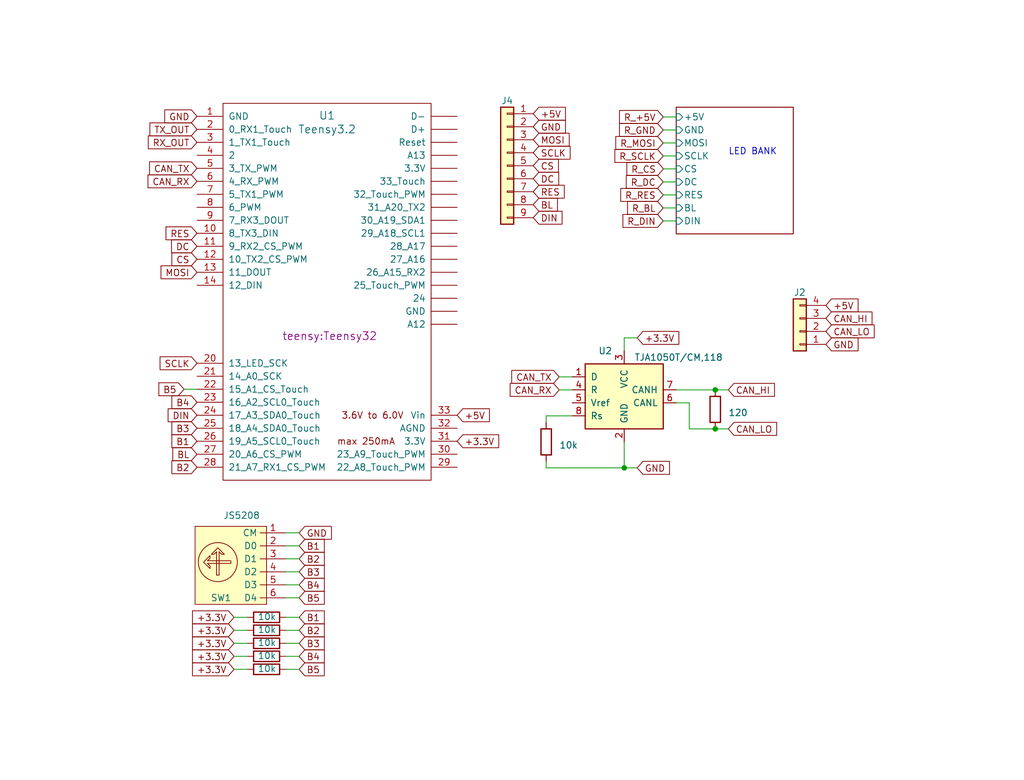
<source format=kicad_sch>
(kicad_sch (version 20230121) (generator eeschema)
  (paper "User" 200 152.4)
  (lib_symbols
    (symbol "Connector_Generic:Conn_01x04" (pin_names (offset 1.016) hide)
      (property "Reference" "J" (at 0 5.08 0))
      (property "Value" "Conn_01x04" (at 0 -7.62 0))
      (symbol "Conn_01x04_1_1"
        (rectangle (start -1.27 -4.953) (end 0 -5.207) (stroke (width 0.1524)))
        (rectangle (start -1.27 -2.413) (end 0 -2.667) (stroke (width 0.1524)))
        (rectangle (start -1.27 0.127) (end 0 -0.127) (stroke (width 0.1524)))
        (rectangle (start -1.27 2.667) (end 0 2.413) (stroke (width 0.1524)))
        (rectangle (start -1.27 3.81) (end 1.27 -6.35) (stroke (width 0.254)) (fill (type background)))
        (pin passive line (at -5.08 2.54 0) (length 3.81) (name "Pin_1") (number "1"))
        (pin passive line (at -5.08 0 0) (length 3.81) (name "Pin_2") (number "2"))
        (pin passive line (at -5.08 -2.54 0) (length 3.81) (name "Pin_3") (number "3"))
        (pin passive line (at -5.08 -5.08 0) (length 3.81) (name "Pin_4") (number "4"))
      )
    )
    (symbol "Connector_Generic:Conn_01x09" (pin_names (offset 1.016) hide)
      (property "Reference" "J" (at 0 12.7 0))
      (property "Value" "Conn_01x09" (at 0 -12.7 0))
      (symbol "Conn_01x09_1_1"
        (rectangle (start -1.27 -10.033) (end 0 -10.287) (stroke (width 0.1524)))
        (rectangle (start -1.27 -7.493) (end 0 -7.747) (stroke (width 0.1524)))
        (rectangle (start -1.27 -4.953) (end 0 -5.207) (stroke (width 0.1524)))
        (rectangle (start -1.27 -2.413) (end 0 -2.667) (stroke (width 0.1524)))
        (rectangle (start -1.27 0.127) (end 0 -0.127) (stroke (width 0.1524)))
        (rectangle (start -1.27 2.667) (end 0 2.413) (stroke (width 0.1524)))
        (rectangle (start -1.27 5.207) (end 0 4.953) (stroke (width 0.1524)))
        (rectangle (start -1.27 7.747) (end 0 7.493) (stroke (width 0.1524)))
        (rectangle (start -1.27 10.287) (end 0 10.033) (stroke (width 0.1524)))
        (rectangle (start -1.27 11.43) (end 1.27 -11.43) (stroke (width 0.254)) (fill (type background)))
        (pin passive line (at -5.08 10.16 0) (length 3.81) (name "Pin_1") (number "1"))
        (pin passive line (at -5.08 7.62 0) (length 3.81) (name "Pin_2") (number "2"))
        (pin passive line (at -5.08 5.08 0) (length 3.81) (name "Pin_3") (number "3"))
        (pin passive line (at -5.08 2.54 0) (length 3.81) (name "Pin_4") (number "4"))
        (pin passive line (at -5.08 0 0) (length 3.81) (name "Pin_5") (number "5"))
        (pin passive line (at -5.08 -2.54 0) (length 3.81) (name "Pin_6") (number "6"))
        (pin passive line (at -5.08 -5.08 0) (length 3.81) (name "Pin_7") (number "7"))
        (pin passive line (at -5.08 -7.62 0) (length 3.81) (name "Pin_8") (number "8"))
        (pin passive line (at -5.08 -10.16 0) (length 3.81) (name "Pin_9") (number "9"))
      )
    )
    (symbol "Device:R" (pin_numbers hide) (pin_names (offset 0))
      (property "Reference" "R" (at 2.032 0 90))
      (property "Value" "R" (at 0 0 90))
      (symbol "R_0_1"
        (rectangle (start -1.016 -2.54) (end 1.016 2.54) (stroke (width 0.254)))
      )
      (symbol "R_1_1"
        (pin passive line (at 0 3.81 270) (length 1.27) (name "~") (number "1"))
        (pin passive line (at 0 -3.81 90) (length 1.27) (name "~") (number "2"))
      )
    )
    (symbol "Interface_CAN_LIN:SN65HVD230" (pin_names (offset 1.016))
      (property "Reference" "U" (at -2.54 10.16 0))
      (property "Value" "SN65HVD230" (at -2.54 7.62 0))
      (symbol "SN65HVD230_0_1"
        (rectangle (start -7.62 5.08) (end 7.62 -7.62) (stroke (width 0.254)) (fill (type background)))
      )
      (symbol "SN65HVD230_1_1"
        (pin input line (at -10.16 2.54 0) (length 2.54) (name "D") (number "1"))
        (pin power_in line (at 0 -10.16 90) (length 2.54) (name "GND") (number "2"))
        (pin power_in line (at 0 7.62 270) (length 2.54) (name "VCC") (number "3"))
        (pin output line (at -10.16 0 0) (length 2.54) (name "R") (number "4"))
        (pin output line (at -10.16 -2.54 0) (length 2.54) (name "Vref") (number "5"))
        (pin bidirectional line (at 10.16 -2.54 180) (length 2.54) (name "CANL") (number "6"))
        (pin bidirectional line (at 10.16 0 180) (length 2.54) (name "CANH") (number "7"))
        (pin input line (at -10.16 -5.08 0) (length 2.54) (name "Rs") (number "8"))
      )
    )
    (symbol "speed_joystick-rescue:Joy_switch-Switch-joystick-rescue"
      (property "Reference" "SW" (at -6.35 8.89 0))
      (property "Value" "joystick-rescue_Joy_switch-Switch" (at -2.54 -10.16 0))
      (symbol "Joy_switch-Switch-joystick-rescue_0_1"
        (rectangle (start -5.08 7.62) (end 8.89 -7.62) (fill (type background)))
        (circle (center -0.635 0.635) (radius 3.81))
        (polyline (pts (xy -0.889 -1.905) (xy -0.889 2.667) (xy -1.397 2.159) (xy -1.905 2.159) (xy -0.635 3.429) (xy 0.635 2.159) (xy 0.127 2.159) (xy -0.381 2.667) (xy -0.381 -1.905) (xy -0.889 -1.905) (xy -0.889 -1.905)))
      )
      (symbol "Joy_switch-Switch-joystick-rescue_1_1"
        (polyline (pts (xy 1.905 0.381) (xy -2.667 0.381) (xy -2.159 -0.127) (xy -2.159 -0.635) (xy -3.429 0.635) (xy -2.159 1.905) (xy -2.159 1.397) (xy -2.667 0.889) (xy 1.905 0.889) (xy 1.905 0.381) (xy 1.905 0.381)))
        (pin passive line (at 12.7 6.35 180) (length 5.08) (name "CM") (number "1"))
        (pin passive line (at 12.7 3.81 180) (length 5.08) (name "D0") (number "2"))
        (pin passive line (at 12.7 1.27 180) (length 5.08) (name "D1") (number "3"))
        (pin passive line (at 12.7 -1.27 180) (length 5.08) (name "D2") (number "4"))
        (pin passive line (at 12.7 -3.81 180) (length 5.08) (name "D3") (number "5"))
        (pin passive line (at 12.7 -6.35 180) (length 5.08) (name "D4") (number "6"))
      )
    )
    (symbol "teensy:Teensy3.2" (pin_names (offset 1.016))
      (property "Reference" "U" (at 0 39.37 0))
      (property "Value" "Teensy3.2" (at 0 -39.37 0))
      (symbol "Teensy3.2_0_0"
        (text "3.6V to 6.0V" (at 8.89 -24.13 0) (effects (font (size 1.27 1.27))))
        (text "max 250mA" (at 7.62 -29.21 0) (effects (font (size 1.27 1.27))))
      )
      (symbol "Teensy3.2_0_1"
        (rectangle (start -20.32 -36.83) (end 20.32 36.83))
      )
      (symbol "Teensy3.2_1_1"
        (pin power_in line (at -25.4 34.29 0) (length 5.08) (name "GND") (number "1"))
        (pin bidirectional line (at -25.4 11.43 0) (length 5.08) (name "8_TX3_DIN") (number "10"))
        (pin bidirectional line (at -25.4 8.89 0) (length 5.08) (name "9_RX2_CS_PWM") (number "11"))
        (pin bidirectional line (at -25.4 6.35 0) (length 5.08) (name "10_TX2_CS_PWM") (number "12"))
        (pin bidirectional line (at -25.4 3.81 0) (length 5.08) (name "11_DOUT") (number "13"))
        (pin bidirectional line (at -25.4 1.27 0) (length 5.08) (name "12_DIN") (number "14"))
        (pin bidirectional line (at -25.4 31.75 0) (length 5.08) (name "0_RX1_Touch") (number "2"))
        (pin bidirectional line (at -25.4 -13.97 0) (length 5.08) (name "13_LED_SCK") (number "20"))
        (pin bidirectional line (at -25.4 -16.51 0) (length 5.08) (name "14_A0_SCK") (number "21"))
        (pin bidirectional line (at -25.4 -19.05 0) (length 5.08) (name "15_A1_CS_Touch") (number "22"))
        (pin bidirectional line (at -25.4 -21.59 0) (length 5.08) (name "16_A2_SCL0_Touch") (number "23"))
        (pin bidirectional line (at -25.4 -24.13 0) (length 5.08) (name "17_A3_SDA0_Touch") (number "24"))
        (pin bidirectional line (at -25.4 -26.67 0) (length 5.08) (name "18_A4_SDA0_Touch") (number "25"))
        (pin bidirectional line (at -25.4 -29.21 0) (length 5.08) (name "19_A5_SCL0_Touch") (number "26"))
        (pin bidirectional line (at -25.4 -31.75 0) (length 5.08) (name "20_A6_CS_PWM") (number "27"))
        (pin bidirectional line (at -25.4 -34.29 0) (length 5.08) (name "21_A7_RX1_CS_PWM") (number "28"))
        (pin bidirectional line (at 25.4 -34.29 180) (length 5.08) (name "22_A8_Touch_PWM") (number "29"))
        (pin bidirectional line (at -25.4 29.21 0) (length 5.08) (name "1_TX1_Touch") (number "3"))
        (pin bidirectional line (at 25.4 -31.75 180) (length 5.08) (name "23_A9_Touch_PWM") (number "30"))
        (pin power_out line (at 25.4 -29.21 180) (length 5.08) (name "3.3V") (number "31"))
        (pin power_out line (at 25.4 -26.67 180) (length 5.08) (name "AGND") (number "32"))
        (pin power_in line (at 25.4 -24.13 180) (length 5.08) (name "Vin") (number "33"))
        (pin bidirectional line (at -25.4 26.67 0) (length 5.08) (name "2") (number "4"))
        (pin bidirectional line (at -25.4 24.13 0) (length 5.08) (name "3_TX_PWM") (number "5"))
        (pin bidirectional line (at -25.4 21.59 0) (length 5.08) (name "4_RX_PWM") (number "6"))
        (pin bidirectional line (at -25.4 19.05 0) (length 5.08) (name "5_TX1_PWM") (number "7"))
        (pin bidirectional line (at -25.4 16.51 0) (length 5.08) (name "6_PWM") (number "8"))
        (pin bidirectional line (at -25.4 13.97 0) (length 5.08) (name "7_RX3_DOUT") (number "9"))
        (pin bidirectional line (at 25.4 -1.27 180) (length 5.08) (name "24") (number "~"))
        (pin bidirectional line (at 25.4 1.27 180) (length 5.08) (name "25_Touch_PWM") (number "~"))
        (pin bidirectional line (at 25.4 3.81 180) (length 5.08) (name "26_A15_RX2") (number "~"))
        (pin bidirectional line (at 25.4 6.35 180) (length 5.08) (name "27_A16") (number "~"))
        (pin bidirectional line (at 25.4 8.89 180) (length 5.08) (name "28_A17") (number "~"))
        (pin bidirectional line (at 25.4 11.43 180) (length 5.08) (name "29_A18_SCL1") (number "~"))
        (pin power_out line (at 25.4 24.13 180) (length 5.08) (name "3.3V") (number "~"))
        (pin bidirectional line (at 25.4 13.97 180) (length 5.08) (name "30_A19_SDA1") (number "~"))
        (pin bidirectional line (at 25.4 16.51 180) (length 5.08) (name "31_A20_TX2") (number "~"))
        (pin bidirectional line (at 25.4 19.05 180) (length 5.08) (name "32_Touch_PWM") (number "~"))
        (pin bidirectional line (at 25.4 21.59 180) (length 5.08) (name "33_Touch") (number "~"))
        (pin bidirectional line (at 25.4 -6.35 180) (length 5.08) (name "A12") (number "~"))
        (pin bidirectional line (at 25.4 26.67 180) (length 5.08) (name "A13") (number "~"))
        (pin bidirectional line (at 25.4 31.75 180) (length 5.08) (name "D+") (number "~"))
        (pin bidirectional line (at 25.4 34.29 180) (length 5.08) (name "D-") (number "~"))
        (pin power_in line (at 25.4 -3.81 180) (length 5.08) (name "GND") (number "~"))
        (pin input line (at 25.4 29.21 180) (length 5.08) (name "Reset") (number "~"))
      )
    )
  )
  (junction (at 121.92 91.44))
  (junction (at 139.7 83.82))
  (junction (at 139.7 76.2))
  (wire (pts (xy 139.7 76.2) (xy 142.24 76.2)))
  (wire (pts (xy 129.54 25.4) (xy 132.08 25.4)))
  (wire (pts (xy 109.22 73.66) (xy 111.76 73.66)))
  (wire (pts (xy 139.7 83.82) (xy 142.24 83.82)))
  (wire (pts (xy 45.72 128.27) (xy 48.26 128.27)))
  (wire (pts (xy 55.88 130.81) (xy 58.42 130.81)))
  (wire (pts (xy 129.54 30.48) (xy 132.08 30.48)))
  (wire (pts (xy 58.42 109.22) (xy 55.88 109.22)))
  (wire (pts (xy 106.68 91.44) (xy 121.92 91.44)))
  (wire (pts (xy 124.46 66.04) (xy 121.92 66.04)))
  (wire (pts (xy 106.68 81.28) (xy 111.76 81.28)))
  (wire (pts (xy 109.22 76.2) (xy 111.76 76.2)))
  (wire (pts (xy 45.72 123.19) (xy 48.26 123.19)))
  (wire (pts (xy 129.54 38.1) (xy 132.08 38.1)))
  (wire (pts (xy 121.92 86.36) (xy 121.92 91.44)))
  (wire (pts (xy 121.92 66.04) (xy 121.92 68.58)))
  (wire (pts (xy 106.68 90.17) (xy 106.68 91.44)))
  (wire (pts (xy 55.88 120.65) (xy 58.42 120.65)))
  (wire (pts (xy 45.72 130.81) (xy 48.26 130.81)))
  (wire (pts (xy 134.62 78.74) (xy 134.62 83.82)))
  (wire (pts (xy 55.88 123.19) (xy 58.42 123.19)))
  (wire (pts (xy 129.54 22.86) (xy 132.08 22.86)))
  (wire (pts (xy 55.88 128.27) (xy 58.42 128.27)))
  (wire (pts (xy 58.42 104.14) (xy 55.88 104.14)))
  (wire (pts (xy 58.42 114.3) (xy 55.88 114.3)))
  (wire (pts (xy 134.62 83.82) (xy 139.7 83.82)))
  (wire (pts (xy 58.42 106.68) (xy 55.88 106.68)))
  (wire (pts (xy 58.42 111.76) (xy 55.88 111.76)))
  (wire (pts (xy 38.481 76.073) (xy 35.941 76.073)))
  (wire (pts (xy 58.42 116.84) (xy 55.88 116.84)))
  (wire (pts (xy 106.68 81.28) (xy 106.68 82.55)))
  (wire (pts (xy 129.54 40.64) (xy 132.08 40.64)))
  (wire (pts (xy 129.54 35.56) (xy 132.08 35.56)))
  (wire (pts (xy 129.54 27.94) (xy 132.08 27.94)))
  (wire (pts (xy 124.46 91.44) (xy 121.92 91.44)))
  (wire (pts (xy 132.08 76.2) (xy 139.7 76.2)))
  (wire (pts (xy 132.08 78.74) (xy 134.62 78.74)))
  (wire (pts (xy 45.72 120.65) (xy 48.26 120.65)))
  (wire (pts (xy 45.72 125.73) (xy 48.26 125.73)))
  (wire (pts (xy 129.5832 33.0052) (xy 132.1232 33.0052)))
  (wire (pts (xy 55.88 125.73) (xy 58.42 125.73)))
  (wire (pts (xy 129.54 43.18) (xy 132.08 43.18)))
  (text "LED BANK" (at 142.24 30.48 0) (effects (font (size 1.27 1.27)) (justify left bottom)))
  (global_label "B3" (shape input) (at 38.481 83.693 180) (property "Intersheetrefs" "${INTERSHEET_REFS}" (effects hide)))
  (global_label "SCLK" (shape input) (at 104.14 29.845 0) (property "Intersheetrefs" "${INTERSHEET_REFS}" (effects hide)))
  (global_label "+5V" (shape input) (at 104.14 22.225 0) (property "Intersheetrefs" "${INTERSHEET_REFS}" (effects hide)))
  (global_label "DC" (shape input) (at 38.481 48.133 180) (property "Intersheetrefs" "${INTERSHEET_REFS}" (effects hide)))
  (global_label "GND" (shape input) (at 104.14 24.765 0) (property "Intersheetrefs" "${INTERSHEET_REFS}" (effects hide)))
  (global_label "B3" (shape input) (at 58.42 111.76 0) (property "Intersheetrefs" "${INTERSHEET_REFS}" (effects hide)))
  (global_label "R_DC" (shape input) (at 129.54 35.56 180) (property "Intersheetrefs" "${INTERSHEET_REFS}" (effects hide)))
  (global_label "B2" (shape input) (at 58.42 123.19 0) (property "Intersheetrefs" "${INTERSHEET_REFS}" (effects hide)))
  (global_label "CAN_LO" (shape input) (at 142.24 83.82 0) (property "Intersheetrefs" "${INTERSHEET_REFS}" (effects hide)))
  (global_label "GND" (shape input) (at 38.481 22.733 180) (property "Intersheetrefs" "${INTERSHEET_REFS}" (effects hide)))
  (global_label "R_MOSI" (shape input) (at 129.54 27.94 180) (property "Intersheetrefs" "${INTERSHEET_REFS}" (effects hide)))
  (global_label "CS" (shape input) (at 38.481 50.673 180) (property "Intersheetrefs" "${INTERSHEET_REFS}" (effects hide)))
  (global_label "RES" (shape input) (at 104.14 37.465 0) (property "Intersheetrefs" "${INTERSHEET_REFS}" (effects hide)))
  (global_label "BL" (shape input) (at 38.481 88.773 180) (property "Intersheetrefs" "${INTERSHEET_REFS}" (effects hide)))
  (global_label "B5" (shape input) (at 58.42 116.84 0) (property "Intersheetrefs" "${INTERSHEET_REFS}" (effects hide)))
  (global_label "+5V" (shape input) (at 161.29 59.69 0) (property "Intersheetrefs" "${INTERSHEET_REFS}" (effects hide)))
  (global_label "DC" (shape input) (at 104.14 34.925 0) (property "Intersheetrefs" "${INTERSHEET_REFS}" (effects hide)))
  (global_label "R_SCLK" (shape input) (at 129.54 30.48 180) (property "Intersheetrefs" "${INTERSHEET_REFS}" (effects hide)))
  (global_label "R_DIN" (shape input) (at 129.54 43.18 180) (property "Intersheetrefs" "${INTERSHEET_REFS}" (effects hide)))
  (global_label "B1" (shape input) (at 58.42 106.68 0) (property "Intersheetrefs" "${INTERSHEET_REFS}" (effects hide)))
  (global_label "R_+5V" (shape input) (at 129.54 22.86 180) (property "Intersheetrefs" "${INTERSHEET_REFS}" (effects hide)))
  (global_label "B1" (shape input) (at 58.42 120.65 0) (property "Intersheetrefs" "${INTERSHEET_REFS}" (effects hide)))
  (global_label "DIN" (shape input) (at 104.14 42.545 0) (property "Intersheetrefs" "${INTERSHEET_REFS}" (effects hide)))
  (global_label "B4" (shape input) (at 38.481 78.613 180) (property "Intersheetrefs" "${INTERSHEET_REFS}" (effects hide)))
  (global_label "+3.3V" (shape input) (at 124.46 66.04 0) (property "Intersheetrefs" "${INTERSHEET_REFS}" (effects hide)))
  (global_label "+3.3V" (shape input) (at 45.72 125.73 180) (property "Intersheetrefs" "${INTERSHEET_REFS}" (effects hide)))
  (global_label "+3.3V" (shape input) (at 45.72 123.19 180) (property "Intersheetrefs" "${INTERSHEET_REFS}" (effects hide)))
  (global_label "GND" (shape input) (at 58.42 104.14 0) (property "Intersheetrefs" "${INTERSHEET_REFS}" (effects hide)))
  (global_label "CAN_TX" (shape input) (at 38.481 32.893 180) (property "Intersheetrefs" "${INTERSHEET_REFS}" (effects hide)))
  (global_label "+3.3V" (shape input) (at 45.72 120.65 180) (property "Intersheetrefs" "${INTERSHEET_REFS}" (effects hide)))
  (global_label "CAN_LO" (shape input) (at 161.29 64.77 0) (property "Intersheetrefs" "${INTERSHEET_REFS}" (effects hide)))
  (global_label "R_BL" (shape input) (at 129.54 40.64 180) (property "Intersheetrefs" "${INTERSHEET_REFS}" (effects hide)))
  (global_label "CS" (shape input) (at 104.14 32.385 0) (property "Intersheetrefs" "${INTERSHEET_REFS}" (effects hide)))
  (global_label "CAN_HI" (shape input) (at 161.29 62.23 0) (property "Intersheetrefs" "${INTERSHEET_REFS}" (effects hide)))
  (global_label "B3" (shape input) (at 58.42 125.73 0) (property "Intersheetrefs" "${INTERSHEET_REFS}" (effects hide)))
  (global_label "SCLK" (shape input) (at 38.481 70.993 180) (property "Intersheetrefs" "${INTERSHEET_REFS}" (effects hide)))
  (global_label "+3.3V" (shape input) (at 45.72 128.27 180) (property "Intersheetrefs" "${INTERSHEET_REFS}" (effects hide)))
  (global_label "R_CS" (shape input) (at 129.5832 33.0052 180) (property "Intersheetrefs" "${INTERSHEET_REFS}" (effects hide)))
  (global_label "CAN_HI" (shape input) (at 142.24 76.2 0) (property "Intersheetrefs" "${INTERSHEET_REFS}" (effects hide)))
  (global_label "R_RES" (shape input) (at 129.54 38.1 180) (property "Intersheetrefs" "${INTERSHEET_REFS}" (effects hide)))
  (global_label "CAN_RX" (shape input) (at 38.481 35.433 180) (property "Intersheetrefs" "${INTERSHEET_REFS}" (effects hide)))
  (global_label "GND" (shape input) (at 161.29 67.31 0) (property "Intersheetrefs" "${INTERSHEET_REFS}" (effects hide)))
  (global_label "B5" (shape input) (at 35.941 76.073 180) (property "Intersheetrefs" "${INTERSHEET_REFS}" (effects hide)))
  (global_label "+5V" (shape input) (at 89.281 81.153 0) (property "Intersheetrefs" "${INTERSHEET_REFS}" (effects hide)))
  (global_label "CAN_TX" (shape input) (at 109.22 73.66 180) (property "Intersheetrefs" "${INTERSHEET_REFS}" (effects hide)))
  (global_label "RES" (shape input) (at 38.481 45.593 180) (property "Intersheetrefs" "${INTERSHEET_REFS}" (effects hide)))
  (global_label "B2" (shape input) (at 38.481 91.313 180) (property "Intersheetrefs" "${INTERSHEET_REFS}" (effects hide)))
  (global_label "DIN" (shape input) (at 38.481 81.153 180) (property "Intersheetrefs" "${INTERSHEET_REFS}" (effects hide)))
  (global_label "B4" (shape input) (at 58.42 128.27 0) (property "Intersheetrefs" "${INTERSHEET_REFS}" (effects hide)))
  (global_label "MOSI" (shape input) (at 38.481 53.213 180) (property "Intersheetrefs" "${INTERSHEET_REFS}" (effects hide)))
  (global_label "R_GND" (shape input) (at 129.54 25.4 180) (property "Intersheetrefs" "${INTERSHEET_REFS}" (effects hide)))
  (global_label "+3.3V" (shape input) (at 89.281 86.233 0) (property "Intersheetrefs" "${INTERSHEET_REFS}" (effects hide)))
  (global_label "+3.3V" (shape input) (at 45.72 130.81 180) (property "Intersheetrefs" "${INTERSHEET_REFS}" (effects hide)))
  (global_label "MOSI" (shape input) (at 104.14 27.305 0) (property "Intersheetrefs" "${INTERSHEET_REFS}" (effects hide)))
  (global_label "B5" (shape input) (at 58.42 130.81 0) (property "Intersheetrefs" "${INTERSHEET_REFS}" (effects hide)))
  (global_label "BL" (shape input) (at 104.14 40.005 0) (property "Intersheetrefs" "${INTERSHEET_REFS}" (effects hide)))
  (global_label "B1" (shape input) (at 38.481 86.233 180) (property "Intersheetrefs" "${INTERSHEET_REFS}" (effects hide)))
  (global_label "B4" (shape input) (at 58.42 114.3 0) (property "Intersheetrefs" "${INTERSHEET_REFS}" (effects hide)))
  (global_label "B2" (shape input) (at 58.42 109.22 0) (property "Intersheetrefs" "${INTERSHEET_REFS}" (effects hide)))
  (global_label "TX_OUT" (shape input) (at 38.481 25.273 180) (property "Intersheetrefs" "${INTERSHEET_REFS}" (effects hide)))
  (global_label "RX_OUT" (shape input) (at 38.481 27.813 180) (property "Intersheetrefs" "${INTERSHEET_REFS}" (effects hide)))
  (global_label "CAN_RX" (shape input) (at 109.22 76.2 180) (property "Intersheetrefs" "${INTERSHEET_REFS}" (effects hide)))
  (global_label "GND" (shape input) (at 124.46 91.44 0) (property "Intersheetrefs" "${INTERSHEET_REFS}" (effects hide)))
  (symbol (lib_id "teensy:Teensy3.2") (at 63.881 57.023 0) (unit 1)
    (property "Reference" "U1" (at 63.881 22.5806 0) (effects (font (size 1.524 1.524))))
    (property "Value" "Teensy3.2" (at 63.881 25.273 0) (effects (font (size 1.524 1.524))))
    (property "Footprint" "teensy:Teensy32" (at 64.389 65.659 0) (effects (font (size 1.524 1.524))))
  )
  (symbol (lib_id "speed_joystick-rescue:Joy_switch-Switch-joystick-rescue") (at 43.18 110.49 0) (unit 1)
    (property "Reference" "SW1" (at 43.18 116.84 0))
    (property "Value" "JS5208" (at 47.1932 100.7364 0))
    (property "Footprint" "JS5208:SW_JS5208" (effects hide))
    (property "Datasheet" "https://www.mouser.com/datasheet/2/140/ESCH_S_A0000009704_1-2545029.pdf" (effects hide))
    (property "LCSC" "C3029619" (effects hide))
  )
  (symbol (lib_id "Device:R") (at 52.07 120.65 90) (unit 1)
    (property "Reference" "R6" (effects hide))
    (property "Value" "10k" (at 53.975 120.523 90) (effects (justify left)))
    (property "Footprint" "Resistor_SMD:R_0805_2012Metric" (effects hide))
    (property "Datasheet" "https://www.mouser.com/ProductDetail/ROHM-Semiconductor/ESR10EZPF5102?qs=DyUWGjl%252BcVsMTSBF51O24w%3D%3D" (effects hide))
    (property "P/N" "755-ESR10EZPF5102" (effects hide))
    (property "Group#" "11" (effects hide))
    (property "LCSC" "C25804" (effects hide))
  )
  (symbol (lib_id "Connector_Generic:Conn_01x09") (at 99.06 32.385 0) (mirror y) (unit 1)
    (property "Reference" "J4" (at 99.06 19.685 0))
    (property "Value" "Conn_01x09" (effects hide))
    (property "Footprint" "Connector_PinSocket_2.54mm:PinSocket_1x09_P2.54mm_Vertical" (effects hide))
  )
  (symbol (lib_id "Device:R") (at 106.68 86.36 0) (unit 1)
    (property "Reference" "R3" (effects hide))
    (property "Value" "10k" (at 109.22 86.995 0) (effects (justify left)))
    (property "Footprint" "Resistor_SMD:R_0805_2012Metric" (effects hide))
    (property "LCSC" "C25804" (effects hide))
  )
  (symbol (lib_id "Device:R") (at 139.7 80.01 180) (unit 1)
    (property "Reference" "R7" (effects hide))
    (property "Value" "120" (at 142.24 80.645 0) (effects (justify right)))
    (property "Footprint" "Resistor_SMD:R_0805_2012Metric" (effects hide))
    (property "LCSC" "C17437" (effects hide))
  )
  (symbol (lib_id "Device:R") (at 52.07 125.73 90) (unit 1)
    (property "Reference" "R4" (effects hide))
    (property "Value" "10k" (at 53.975 125.603 90) (effects (justify left)))
    (property "Footprint" "Resistor_SMD:R_0805_2012Metric" (effects hide))
    (property "Datasheet" "https://www.mouser.com/ProductDetail/ROHM-Semiconductor/ESR10EZPF5102?qs=DyUWGjl%252BcVsMTSBF51O24w%3D%3D" (effects hide))
    (property "P/N" "755-ESR10EZPF5102" (effects hide))
    (property "Group#" "11" (effects hide))
    (property "LCSC" "C25804" (effects hide))
  )
  (symbol (lib_id "Device:R") (at 52.07 128.27 90) (unit 1)
    (property "Reference" "R2" (effects hide))
    (property "Value" "10k" (at 53.975 128.143 90) (effects (justify left)))
    (property "Footprint" "Resistor_SMD:R_0805_2012Metric" (effects hide))
    (property "Datasheet" "https://www.mouser.com/ProductDetail/ROHM-Semiconductor/ESR10EZPF5102?qs=DyUWGjl%252BcVsMTSBF51O24w%3D%3D" (effects hide))
    (property "P/N" "755-ESR10EZPF5102" (effects hide))
    (property "Group#" "11" (effects hide))
    (property "LCSC" "C25804" (effects hide))
  )
  (symbol (lib_id "Interface_CAN_LIN:SN65HVD230") (at 121.92 76.2 0) (unit 1)
    (property "Reference" "U2" (at 116.84 68.58 0) (effects (justify left)))
    (property "Value" "TJA1050T/CM,118" (at 123.8759 69.85 0) (effects (justify left)))
    (property "Footprint" "Package_SO:SOIC-8_3.9x4.9mm_P1.27mm" (effects hide))
    (property "Datasheet" "https://jlcpcb.com/partdetail/NxpSemicon-TJA1050T_CM118/C6952#:~:text=Datasheet-,Download,-Source" (effects hide))
    (property "LCSC" "C6952" (effects hide))
  )
  (symbol (lib_id "Connector_Generic:Conn_01x04") (at 156.21 64.77 180) (unit 1)
    (property "Reference" "J2" (at 156.21 57.15 0))
    (property "Value" "Conn_01x04" (effects hide))
    (property "Footprint" "4pin:my_4_tab_edge" (effects hide))
  )
  (symbol (lib_id "Device:R") (at 52.07 130.81 90) (unit 1)
    (property "Reference" "R1" (effects hide))
    (property "Value" "10k" (at 53.975 130.683 90) (effects (justify left)))
    (property "Footprint" "Resistor_SMD:R_0805_2012Metric" (effects hide))
    (property "Datasheet" "https://www.mouser.com/ProductDetail/ROHM-Semiconductor/ESR10EZPF5102?qs=DyUWGjl%252BcVsMTSBF51O24w%3D%3D" (effects hide))
    (property "P/N" "755-ESR10EZPF5102" (effects hide))
    (property "Group#" "11" (effects hide))
    (property "LCSC" "C25804" (effects hide))
  )
  (symbol (lib_id "Device:R") (at 52.07 123.19 90) (unit 1)
    (property "Reference" "R5" (effects hide))
    (property "Value" "10k" (at 53.975 123.063 90) (effects (justify left)))
    (property "Footprint" "Resistor_SMD:R_0805_2012Metric" (effects hide))
    (property "Datasheet" "https://www.mouser.com/ProductDetail/ROHM-Semiconductor/ESR10EZPF5102?qs=DyUWGjl%252BcVsMTSBF51O24w%3D%3D" (effects hide))
    (property "P/N" "755-ESR10EZPF5102" (effects hide))
    (property "Group#" "11" (effects hide))
    (property "LCSC" "C25804" (effects hide))
  )
  (sheet (at 132.08 20.955) (size 22.86 24.765) (stroke (width 0.1524))
    (property "Sheetname" "LEDs" (effects hide))
    (property "Sheetfile" "untitled.kicad_sch" (effects hide))
    (pin "+5V" input (at 132.08 22.86 180))
    (pin "GND" input (at 132.08 25.4 180))
    (pin "DIN" input (at 132.08 43.18 180))
    (pin "MOSI" input (at 132.08 27.94 180))
    (pin "RES" input (at 132.08 38.1 180))
    (pin "BL" input (at 132.08 40.64 180))
    (pin "SCLK" input (at 132.08 30.48 180))
    (pin "CS" input (at 132.08 33.02 180))
    (pin "DC" input (at 132.08 35.56 180))
  )
)
</source>
